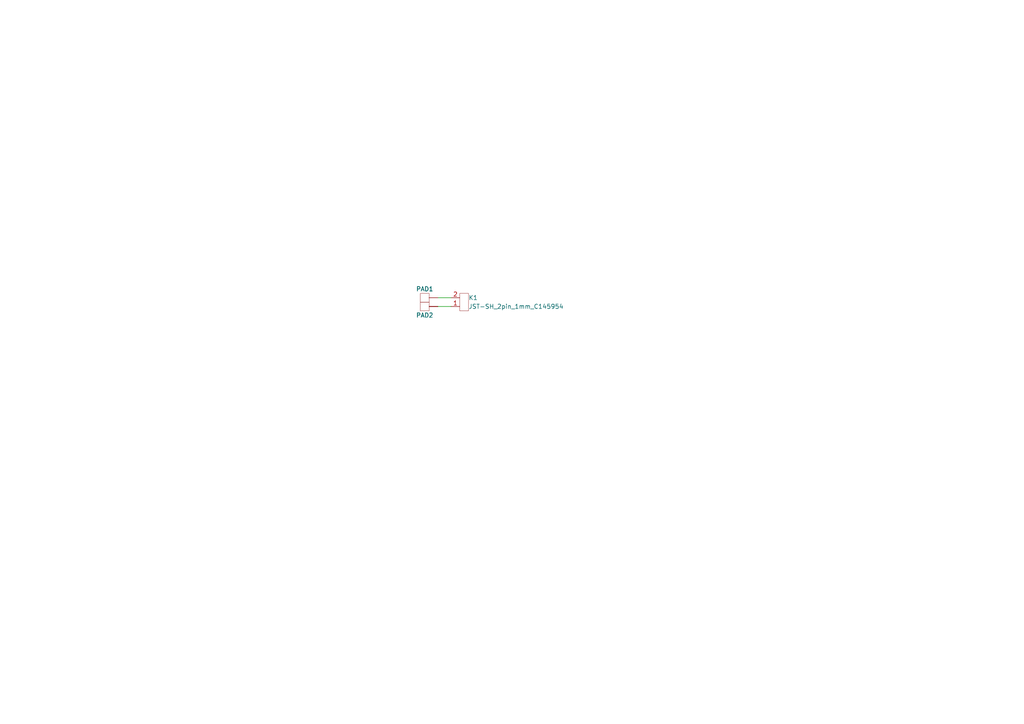
<source format=kicad_sch>
(kicad_sch (version 20210126) (generator eeschema)

  (paper "A4")

  (lib_symbols
    (symbol "e-radionica.com schematics:JST-SH_2pin_1mm_C145954" (in_bom yes) (on_board yes)
      (property "Reference" "K" (id 0) (at 0 5.715 0)
        (effects (font (size 1.27 1.27)))
      )
      (property "Value" "JST-SH_2pin_1mm_C145954" (id 1) (at 0 -3.81 0)
        (effects (font (size 1.27 1.27)))
      )
      (property "Footprint" "e-radionica.com footprinti:JST-SH_2pin_1mm_C145954" (id 2) (at 0 0 0)
        (effects (font (size 1.27 1.27)) hide)
      )
      (property "Datasheet" "" (id 3) (at 0 0 0)
        (effects (font (size 1.27 1.27)) hide)
      )
      (symbol "JST-SH_2pin_1mm_C145954_0_1"
        (rectangle (start 1.27 -2.54) (end -1.27 2.54)
          (stroke (width 0.0006)) (fill (type none))
        )
      )
      (symbol "JST-SH_2pin_1mm_C145954_1_1"
        (pin passive line (at 3.81 1.27 180) (length 2.54)
          (name "" (effects (font (size 1.27 1.27))))
          (number "1" (effects (font (size 1.27 1.27))))
        )
        (pin passive line (at 3.81 -1.27 180) (length 2.54)
          (name "" (effects (font (size 1.27 1.27))))
          (number "2" (effects (font (size 1.27 1.27))))
        )
      )
    )
    (symbol "e-radionica.com schematics:PAD_2x1.5" (pin_numbers hide) (pin_names hide) (in_bom yes) (on_board yes)
      (property "Reference" "PAD" (id 0) (at 0 2.54 0)
        (effects (font (size 1.27 1.27)))
      )
      (property "Value" "PAD_2x1.5" (id 1) (at 0 -2.54 0)
        (effects (font (size 1.27 1.27)))
      )
      (property "Footprint" "e-radionica.com footprinti:PAD_2x1.5" (id 2) (at -1.27 -3.81 0)
        (effects (font (size 1.27 1.27)) hide)
      )
      (property "Datasheet" "" (id 3) (at -1.27 0 0)
        (effects (font (size 1.27 1.27)) hide)
      )
      (symbol "PAD_2x1.5_0_1"
        (rectangle (start -1.27 1.27) (end 1.27 -1.27)
          (stroke (width 0.0006)) (fill (type none))
        )
      )
      (symbol "PAD_2x1.5_1_1"
        (pin passive line (at -3.81 0 0) (length 2.54)
          (name "~" (effects (font (size 1.27 1.27))))
          (number "1" (effects (font (size 1.27 1.27))))
        )
      )
    )
  )


  (wire (pts (xy 127 86.36) (xy 130.81 86.36))
    (stroke (width 0) (type solid) (color 0 0 0 0))
    (uuid 94ff34b4-bb62-41d1-aa83-be39c86588e8)
  )
  (wire (pts (xy 127 88.9) (xy 130.81 88.9))
    (stroke (width 0) (type solid) (color 0 0 0 0))
    (uuid 0698650a-78e1-4058-b1f3-fa5ddcf77965)
  )

  (symbol (lib_id "e-radionica.com schematics:PAD_2x1.5") (at 123.19 86.36 180) (unit 1)
    (in_bom yes) (on_board yes)
    (uuid c94c5812-c06e-46f7-9115-00cdb92ca597)
    (property "Reference" "PAD1" (id 0) (at 123.19 83.82 0))
    (property "Value" "PAD_2x1.5" (id 1) (at 125.73 82.55 0)
      (effects (font (size 1.27 1.27)) hide)
    )
    (property "Footprint" "e-radionica.com footprinti:PAD_2x1.5" (id 2) (at 124.46 82.55 0)
      (effects (font (size 1.27 1.27)) hide)
    )
    (property "Datasheet" "" (id 3) (at 124.46 86.36 0)
      (effects (font (size 1.27 1.27)) hide)
    )
    (pin "1" (uuid f90b5ec0-c1af-40ad-880f-1f6e98661b94))
  )

  (symbol (lib_id "e-radionica.com schematics:PAD_2x1.5") (at 123.19 88.9 180) (unit 1)
    (in_bom yes) (on_board yes)
    (uuid 5cc9f2d5-eb50-49cf-a3aa-c9db43c534c4)
    (property "Reference" "PAD2" (id 0) (at 123.19 91.44 0))
    (property "Value" "PAD_2x1.5" (id 1) (at 125.73 85.09 0)
      (effects (font (size 1.27 1.27)) hide)
    )
    (property "Footprint" "e-radionica.com footprinti:PAD_2x1.5" (id 2) (at 124.46 85.09 0)
      (effects (font (size 1.27 1.27)) hide)
    )
    (property "Datasheet" "" (id 3) (at 124.46 88.9 0)
      (effects (font (size 1.27 1.27)) hide)
    )
    (pin "1" (uuid f90b5ec0-c1af-40ad-880f-1f6e98661b94))
  )

  (symbol (lib_id "e-radionica.com schematics:JST-SH_2pin_1mm_C145954") (at 134.62 87.63 180) (unit 1)
    (in_bom yes) (on_board yes)
    (uuid 6cde3e4b-1727-4e94-815c-b9d511d1abc6)
    (property "Reference" "K1" (id 0) (at 135.89 86.36 0)
      (effects (font (size 1.27 1.27)) (justify right))
    )
    (property "Value" "JST-SH_2pin_1mm_C145954" (id 1) (at 135.89 88.9 0)
      (effects (font (size 1.27 1.27)) (justify right))
    )
    (property "Footprint" "e-radionica.com footprinti:JST-SH_2pin_1mm_C145954" (id 2) (at 134.62 87.63 0)
      (effects (font (size 1.27 1.27)) hide)
    )
    (property "Datasheet" "" (id 3) (at 134.62 87.63 0)
      (effects (font (size 1.27 1.27)) hide)
    )
    (pin "1" (uuid f3c88234-7486-412e-bd7f-50c0a4722ac5))
    (pin "2" (uuid b2c94491-4a7f-49e7-b5e5-7f812090b050))
  )

  (sheet_instances
    (path "/" (page "1"))
  )

  (symbol_instances
    (path "/6cde3e4b-1727-4e94-815c-b9d511d1abc6"
      (reference "K1") (unit 1) (value "JST-SH_2pin_1mm_C145954") (footprint "e-radionica.com footprinti:JST-SH_2pin_1mm_C145954")
    )
    (path "/c94c5812-c06e-46f7-9115-00cdb92ca597"
      (reference "PAD1") (unit 1) (value "PAD_2x1.5") (footprint "e-radionica.com footprinti:PAD_2x1.5")
    )
    (path "/5cc9f2d5-eb50-49cf-a3aa-c9db43c534c4"
      (reference "PAD2") (unit 1) (value "PAD_2x1.5") (footprint "e-radionica.com footprinti:PAD_2x1.5")
    )
  )
)

</source>
